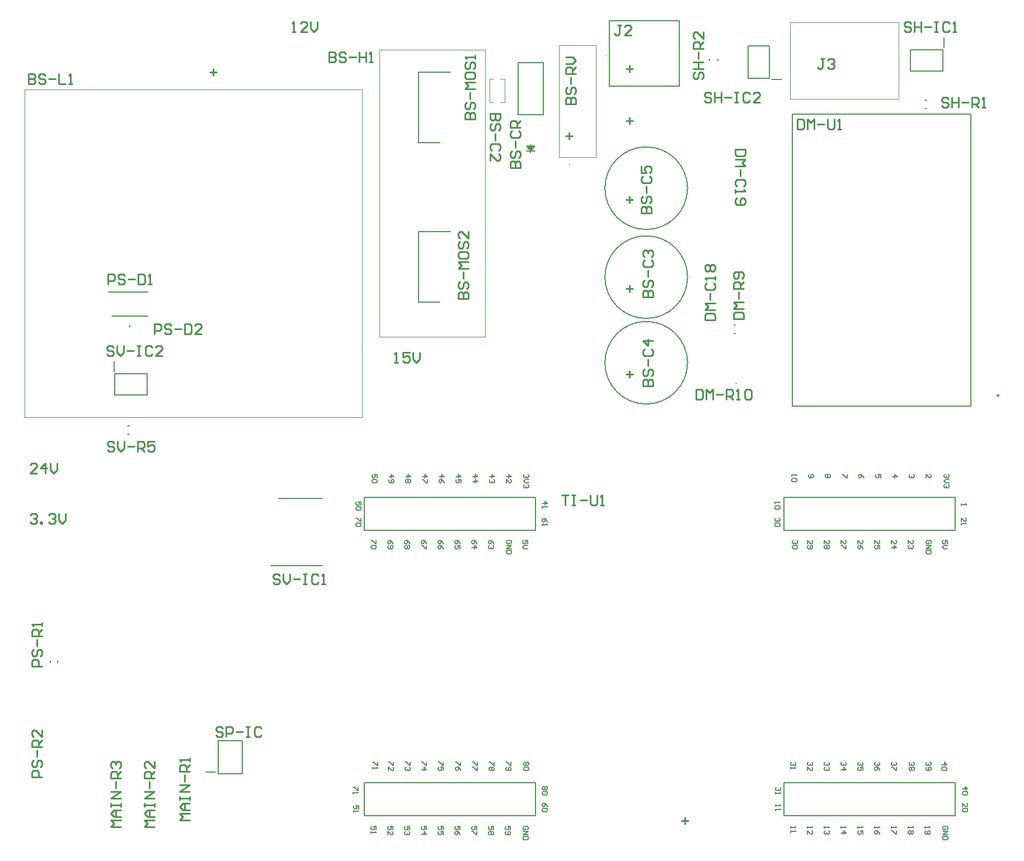
<source format=gto>
G04*
G04 #@! TF.GenerationSoftware,Altium Limited,Altium Designer,21.2.2 (38)*
G04*
G04 Layer_Color=65535*
%FSLAX25Y25*%
%MOIN*%
G70*
G04*
G04 #@! TF.SameCoordinates,9089D698-1931-4360-AEFD-B440DD5BBD6E*
G04*
G04*
G04 #@! TF.FilePolarity,Positive*
G04*
G01*
G75*
%ADD10C,0.00984*%
%ADD11C,0.00787*%
%ADD12C,0.00394*%
%ADD13C,0.00600*%
%ADD14C,0.01000*%
%ADD15C,0.00700*%
D10*
X581902Y274500D02*
G03*
X581902Y274500I-492J0D01*
G01*
D11*
X396449Y398000D02*
G03*
X396449Y398000I-24606J0D01*
G01*
X326000Y411772D02*
G03*
X326000Y412165I0J197D01*
G01*
D02*
G03*
X326000Y411772I0J-197D01*
G01*
D02*
G03*
X326000Y412165I0J197D01*
G01*
X425571Y281614D02*
G03*
X425177Y281614I-197J0D01*
G01*
D02*
G03*
X425571Y281614I197J0D01*
G01*
D02*
G03*
X425177Y281614I-197J0D01*
G01*
X396449Y294000D02*
G03*
X396449Y294000I-24606J0D01*
G01*
Y345000D02*
G03*
X396449Y345000I-24606J0D01*
G01*
X116717Y49158D02*
X131283D01*
Y68843D01*
X116717D02*
X131283D01*
X116717Y49158D02*
Y68843D01*
X109531Y50142D02*
X115339D01*
X62965Y251539D02*
X63752D01*
X62965Y256461D02*
X63752D01*
X148146Y173000D02*
X178992D01*
X153008Y213000D02*
X178992D01*
X424248Y316461D02*
X425035D01*
X424248Y311539D02*
X425035D01*
X537965Y450461D02*
X538752D01*
X537965Y445539D02*
X538752D01*
X458850Y442008D02*
X565150D01*
X458850Y267992D02*
Y442008D01*
Y267992D02*
X565150D01*
Y442008D01*
X409539Y474248D02*
Y475035D01*
X414461Y474248D02*
Y475035D01*
X454000Y194250D02*
Y213750D01*
X556000D01*
Y194250D02*
Y213750D01*
X454000Y194250D02*
X556000D01*
X454000Y24250D02*
Y43750D01*
X556000D01*
Y24250D02*
Y43750D01*
X454000Y24250D02*
X556000D01*
X204000D02*
Y43750D01*
X306000D01*
Y24250D02*
Y43750D01*
X204000Y24250D02*
X306000D01*
X204000Y194250D02*
Y213750D01*
X306000D01*
Y194250D02*
Y213750D01*
X204000Y194250D02*
X306000D01*
X549157Y481677D02*
Y487681D01*
X529354Y480299D02*
X548646D01*
X529354Y467701D02*
Y480299D01*
Y467701D02*
X548646D01*
Y480299D01*
X446677Y462843D02*
X452681D01*
X445299Y463354D02*
Y482646D01*
X432701D02*
X445299D01*
X432701Y463354D02*
Y482646D01*
Y463354D02*
X445299D01*
X349913Y458890D02*
Y497669D01*
Y458890D02*
X391528D01*
Y497669D01*
X349913D02*
X391528D01*
X236303Y424996D02*
X249000D01*
X236303D02*
Y467004D01*
X255319D01*
X236303Y329996D02*
X249000D01*
X236303D02*
Y372004D01*
X255319D01*
X55354Y274701D02*
Y287299D01*
Y274701D02*
X74646D01*
Y287299D01*
X55354D02*
X74646D01*
X54843Y288677D02*
Y294681D01*
X64165Y315409D02*
Y316590D01*
X51445Y336126D02*
X74968D01*
X53709Y321874D02*
X74968D01*
X16736Y115606D02*
Y116394D01*
X21264Y115606D02*
Y116394D01*
D12*
X348220Y477000D02*
G03*
X347827Y477000I-197J0D01*
G01*
D02*
G03*
X348220Y477000I197J0D01*
G01*
X212882Y309567D02*
Y480433D01*
X275874D01*
Y309567D02*
Y480433D01*
X212882Y309567D02*
X275874D01*
X202394Y261362D02*
Y456638D01*
X1606Y261362D02*
X202394D01*
X1606D02*
Y456638D01*
X202394D01*
X278472Y449071D02*
X281031D01*
X278472D02*
Y463244D01*
X281031D01*
X284968Y449071D02*
X287528D01*
Y463244D01*
X284968D02*
X287528D01*
X522323Y451016D02*
Y496764D01*
X457677D02*
X522323D01*
X457677Y451016D02*
Y496764D01*
Y451016D02*
X522323D01*
X319898Y416299D02*
X341945D01*
Y483228D01*
X319898D02*
X341945D01*
X319898Y416299D02*
Y483228D01*
D13*
X303000Y419100D02*
Y424100D01*
X300500Y420100D02*
X305500D01*
X300500Y423100D02*
X303000Y420100D01*
X301000Y423100D02*
X303000Y420100D01*
X301500Y423100D02*
X303000Y420100D01*
X302000Y423100D02*
X303000Y420100D01*
X302500Y423100D02*
X303000Y420100D01*
X305500Y423100D01*
X303000Y420100D02*
X305000Y423100D01*
X303000Y420100D02*
X304500Y423100D01*
X303000Y420100D02*
X304000Y423100D01*
X303000Y420100D02*
X303500Y423100D01*
X300500D02*
X305500D01*
X310500Y441900D02*
Y472900D01*
X295500D02*
X310500D01*
X295500Y441900D02*
Y472900D01*
Y441900D02*
X310500D01*
D14*
X393000Y20999D02*
X396999D01*
X394999Y22999D02*
Y19000D01*
X360000Y437999D02*
X363999D01*
X361999Y439999D02*
Y436000D01*
X324000Y428999D02*
X327999D01*
X325999Y430999D02*
Y427000D01*
X360000Y286999D02*
X363999D01*
X361999Y288999D02*
Y285000D01*
X360000Y337999D02*
X363999D01*
X361999Y339999D02*
Y336000D01*
X360000Y390999D02*
X363999D01*
X361999Y392999D02*
Y389000D01*
X360000Y468999D02*
X363999D01*
X361999Y470999D02*
Y467000D01*
X112000Y466999D02*
X115999D01*
X113999Y468999D02*
Y465000D01*
X161000Y491000D02*
X162999D01*
X162000D01*
Y496998D01*
X161000Y495998D01*
X169997Y491000D02*
X165998D01*
X169997Y494999D01*
Y495998D01*
X168997Y496998D01*
X166998D01*
X165998Y495998D01*
X171996Y496998D02*
Y492999D01*
X173996Y491000D01*
X175995Y492999D01*
Y496998D01*
X222000Y294000D02*
X223999D01*
X223000D01*
Y299998D01*
X222000Y298998D01*
X230997Y299998D02*
X226998D01*
Y296999D01*
X228998Y297999D01*
X229997D01*
X230997Y296999D01*
Y295000D01*
X229997Y294000D01*
X227998D01*
X226998Y295000D01*
X232996Y299998D02*
Y295999D01*
X234996Y294000D01*
X236995Y295999D01*
Y299998D01*
X8999Y228000D02*
X5000D01*
X8999Y231999D01*
Y232998D01*
X7999Y233998D01*
X6000D01*
X5000Y232998D01*
X13997Y228000D02*
Y233998D01*
X10998Y230999D01*
X14997D01*
X16996Y233998D02*
Y229999D01*
X18995Y228000D01*
X20995Y229999D01*
Y233998D01*
X5000Y202998D02*
X6000Y203998D01*
X7999D01*
X8999Y202998D01*
Y201999D01*
X7999Y200999D01*
X6999D01*
X7999D01*
X8999Y199999D01*
Y199000D01*
X7999Y198000D01*
X6000D01*
X5000Y199000D01*
X10998Y198000D02*
Y199000D01*
X11998D01*
Y198000D01*
X10998D01*
X15996Y202998D02*
X16996Y203998D01*
X18995D01*
X19995Y202998D01*
Y201999D01*
X18995Y200999D01*
X17996D01*
X18995D01*
X19995Y199999D01*
Y199000D01*
X18995Y198000D01*
X16996D01*
X15996Y199000D01*
X21994Y203998D02*
Y199999D01*
X23994Y198000D01*
X25993Y199999D01*
Y203998D01*
X4004Y465999D02*
Y460001D01*
X7003D01*
X8003Y461001D01*
Y462000D01*
X7003Y463000D01*
X4004D01*
X7003D01*
X8003Y464000D01*
Y464999D01*
X7003Y465999D01*
X4004D01*
X14001Y464999D02*
X13001Y465999D01*
X11002D01*
X10002Y464999D01*
Y464000D01*
X11002Y463000D01*
X13001D01*
X14001Y462000D01*
Y461001D01*
X13001Y460001D01*
X11002D01*
X10002Y461001D01*
X16000Y463000D02*
X19999D01*
X21998Y465999D02*
Y460001D01*
X25997D01*
X27996D02*
X29996D01*
X28996D01*
Y465999D01*
X27996Y464999D01*
X284999Y442310D02*
X279001D01*
Y439311D01*
X280001Y438312D01*
X281000D01*
X282000Y439311D01*
Y442310D01*
Y439311D01*
X283000Y438312D01*
X283999D01*
X284999Y439311D01*
Y442310D01*
X283999Y432314D02*
X284999Y433313D01*
Y435313D01*
X283999Y436312D01*
X283000D01*
X282000Y435313D01*
Y433313D01*
X281000Y432314D01*
X280001D01*
X279001Y433313D01*
Y435313D01*
X280001Y436312D01*
X282000Y430314D02*
Y426316D01*
X283999Y420318D02*
X284999Y421317D01*
Y423317D01*
X283999Y424316D01*
X280001D01*
X279001Y423317D01*
Y421317D01*
X280001Y420318D01*
X279001Y414320D02*
Y418318D01*
X283000Y414320D01*
X283999D01*
X284999Y415319D01*
Y417318D01*
X283999Y418318D01*
X119503Y75999D02*
X118503Y76999D01*
X116504D01*
X115504Y75999D01*
Y75000D01*
X116504Y74000D01*
X118503D01*
X119503Y73000D01*
Y72001D01*
X118503Y71001D01*
X116504D01*
X115504Y72001D01*
X121502Y71001D02*
Y76999D01*
X124502D01*
X125501Y75999D01*
Y74000D01*
X124502Y73000D01*
X121502D01*
X127500Y74000D02*
X131499D01*
X133499Y76999D02*
X135498D01*
X134498D01*
Y71001D01*
X133499D01*
X135498D01*
X142496Y75999D02*
X141496Y76999D01*
X139497D01*
X138497Y75999D01*
Y72001D01*
X139497Y71001D01*
X141496D01*
X142496Y72001D01*
X153504Y166999D02*
X152504Y167999D01*
X150505D01*
X149505Y166999D01*
Y166000D01*
X150505Y165000D01*
X152504D01*
X153504Y164000D01*
Y163001D01*
X152504Y162001D01*
X150505D01*
X149505Y163001D01*
X155503Y167999D02*
Y164000D01*
X157502Y162001D01*
X159502Y164000D01*
Y167999D01*
X161501Y165000D02*
X165500D01*
X167499Y167999D02*
X169499D01*
X168499D01*
Y162001D01*
X167499D01*
X169499D01*
X176496Y166999D02*
X175497Y167999D01*
X173497D01*
X172498Y166999D01*
Y163001D01*
X173497Y162001D01*
X175497D01*
X176496Y163001D01*
X178496Y162001D02*
X180495D01*
X179495D01*
Y167999D01*
X178496Y166999D01*
X324001Y448004D02*
X329999D01*
Y451004D01*
X328999Y452003D01*
X328000D01*
X327000Y451004D01*
Y448004D01*
Y451004D01*
X326000Y452003D01*
X325001D01*
X324001Y451004D01*
Y448004D01*
X325001Y458001D02*
X324001Y457002D01*
Y455002D01*
X325001Y454003D01*
X326000D01*
X327000Y455002D01*
Y457002D01*
X328000Y458001D01*
X328999D01*
X329999Y457002D01*
Y455002D01*
X328999Y454003D01*
X327000Y460001D02*
Y463999D01*
X329999Y465999D02*
X324001D01*
Y468998D01*
X325001Y469997D01*
X327000D01*
X328000Y468998D01*
Y465999D01*
Y467998D02*
X329999Y469997D01*
X324001Y471997D02*
X328000D01*
X329999Y473996D01*
X328000Y475995D01*
X324001D01*
X401505Y277999D02*
Y272001D01*
X404504D01*
X405504Y273001D01*
Y276999D01*
X404504Y277999D01*
X401505D01*
X407503Y272001D02*
Y277999D01*
X409503Y276000D01*
X411502Y277999D01*
Y272001D01*
X413502Y275000D02*
X417500D01*
X419499Y272001D02*
Y277999D01*
X422499D01*
X423498Y276999D01*
Y275000D01*
X422499Y274000D01*
X419499D01*
X421499D02*
X423498Y272001D01*
X425498D02*
X427497D01*
X426497D01*
Y277999D01*
X425498Y276999D01*
X430496D02*
X431496Y277999D01*
X433495D01*
X434495Y276999D01*
Y273001D01*
X433495Y272001D01*
X431496D01*
X430496Y273001D01*
Y276999D01*
X183004Y478999D02*
Y473001D01*
X186003D01*
X187003Y474001D01*
Y475000D01*
X186003Y476000D01*
X183004D01*
X186003D01*
X187003Y477000D01*
Y477999D01*
X186003Y478999D01*
X183004D01*
X193001Y477999D02*
X192001Y478999D01*
X190002D01*
X189002Y477999D01*
Y477000D01*
X190002Y476000D01*
X192001D01*
X193001Y475000D01*
Y474001D01*
X192001Y473001D01*
X190002D01*
X189002Y474001D01*
X195000Y476000D02*
X198999D01*
X200998Y478999D02*
Y473001D01*
Y476000D01*
X204997D01*
Y478999D01*
Y473001D01*
X206996D02*
X208996D01*
X207996D01*
Y478999D01*
X206996Y477999D01*
X260001Y332007D02*
X265999D01*
Y335005D01*
X264999Y336005D01*
X264000D01*
X263000Y335005D01*
Y332007D01*
Y335005D01*
X262000Y336005D01*
X261001D01*
X260001Y335005D01*
Y332007D01*
X261001Y342003D02*
X260001Y341004D01*
Y339004D01*
X261001Y338004D01*
X262000D01*
X263000Y339004D01*
Y341004D01*
X264000Y342003D01*
X264999D01*
X265999Y341004D01*
Y339004D01*
X264999Y338004D01*
X263000Y344003D02*
Y348001D01*
X265999Y350001D02*
X260001D01*
X262000Y352000D01*
X260001Y353999D01*
X265999D01*
X260001Y358998D02*
Y356998D01*
X261001Y355999D01*
X264999D01*
X265999Y356998D01*
Y358998D01*
X264999Y359997D01*
X261001D01*
X260001Y358998D01*
X261001Y365996D02*
X260001Y364996D01*
Y362997D01*
X261001Y361997D01*
X262000D01*
X263000Y362997D01*
Y364996D01*
X264000Y365996D01*
X264999D01*
X265999Y364996D01*
Y362997D01*
X264999Y361997D01*
X265999Y371993D02*
Y367995D01*
X262000Y371993D01*
X261001D01*
X260001Y370994D01*
Y368994D01*
X261001Y367995D01*
X264001Y439006D02*
X269999D01*
Y442005D01*
X268999Y443005D01*
X268000D01*
X267000Y442005D01*
Y439006D01*
Y442005D01*
X266000Y443005D01*
X265001D01*
X264001Y442005D01*
Y439006D01*
X265001Y449003D02*
X264001Y448003D01*
Y446004D01*
X265001Y445004D01*
X266000D01*
X267000Y446004D01*
Y448003D01*
X268000Y449003D01*
X268999D01*
X269999Y448003D01*
Y446004D01*
X268999Y445004D01*
X267000Y451002D02*
Y455001D01*
X269999Y457000D02*
X264001D01*
X266000Y459000D01*
X264001Y460999D01*
X269999D01*
X264001Y465997D02*
Y463998D01*
X265001Y462998D01*
X268999D01*
X269999Y463998D01*
Y465997D01*
X268999Y466997D01*
X265001D01*
X264001Y465997D01*
X265001Y472995D02*
X264001Y471995D01*
Y469996D01*
X265001Y468996D01*
X266000D01*
X267000Y469996D01*
Y471995D01*
X268000Y472995D01*
X268999D01*
X269999Y471995D01*
Y469996D01*
X268999Y468996D01*
X269999Y474995D02*
Y476994D01*
Y475994D01*
X264001D01*
X265001Y474995D01*
X321504Y214999D02*
X325503D01*
X323503D01*
Y209001D01*
X327502Y214999D02*
X329502D01*
X328502D01*
Y209001D01*
X327502D01*
X329502D01*
X332501Y212000D02*
X336499D01*
X338498Y214999D02*
Y210001D01*
X339498Y209001D01*
X341498D01*
X342497Y210001D01*
Y214999D01*
X344497Y209001D02*
X346496D01*
X345496D01*
Y214999D01*
X344497Y213999D01*
X401001Y467003D02*
X400001Y466004D01*
Y464004D01*
X401001Y463004D01*
X402000D01*
X403000Y464004D01*
Y466004D01*
X404000Y467003D01*
X404999D01*
X405999Y466004D01*
Y464004D01*
X404999Y463004D01*
X400001Y469003D02*
X405999D01*
X403000D01*
Y473001D01*
X400001D01*
X405999D01*
X403000Y475001D02*
Y478999D01*
X405999Y480999D02*
X400001D01*
Y483998D01*
X401001Y484997D01*
X403000D01*
X404000Y483998D01*
Y480999D01*
Y482998D02*
X405999Y484997D01*
Y490996D02*
Y486997D01*
X402000Y490996D01*
X401001D01*
X400001Y489996D01*
Y487996D01*
X401001Y486997D01*
X552003Y450999D02*
X551003Y451999D01*
X549004D01*
X548004Y450999D01*
Y450000D01*
X549004Y449000D01*
X551003D01*
X552003Y448000D01*
Y447001D01*
X551003Y446001D01*
X549004D01*
X548004Y447001D01*
X554002Y451999D02*
Y446001D01*
Y449000D01*
X558001D01*
Y451999D01*
Y446001D01*
X560000Y449000D02*
X563999D01*
X565998Y446001D02*
Y451999D01*
X568997D01*
X569997Y450999D01*
Y449000D01*
X568997Y448000D01*
X565998D01*
X567998D02*
X569997Y446001D01*
X571996D02*
X573996D01*
X572996D01*
Y451999D01*
X571996Y450999D01*
X410504Y453999D02*
X409504Y454999D01*
X407505D01*
X406505Y453999D01*
Y453000D01*
X407505Y452000D01*
X409504D01*
X410504Y451000D01*
Y450001D01*
X409504Y449001D01*
X407505D01*
X406505Y450001D01*
X412503Y454999D02*
Y449001D01*
Y452000D01*
X416502D01*
Y454999D01*
Y449001D01*
X418502Y452000D02*
X422500D01*
X424500Y454999D02*
X426499D01*
X425499D01*
Y449001D01*
X424500D01*
X426499D01*
X433497Y453999D02*
X432497Y454999D01*
X430498D01*
X429498Y453999D01*
Y450001D01*
X430498Y449001D01*
X432497D01*
X433497Y450001D01*
X439495Y449001D02*
X435496D01*
X439495Y453000D01*
Y453999D01*
X438495Y454999D01*
X436496D01*
X435496Y453999D01*
X529504Y495999D02*
X528504Y496999D01*
X526505D01*
X525505Y495999D01*
Y495000D01*
X526505Y494000D01*
X528504D01*
X529504Y493000D01*
Y492001D01*
X528504Y491001D01*
X526505D01*
X525505Y492001D01*
X531503Y496999D02*
Y491001D01*
Y494000D01*
X535502D01*
Y496999D01*
Y491001D01*
X537501Y494000D02*
X541500D01*
X543499Y496999D02*
X545499D01*
X544499D01*
Y491001D01*
X543499D01*
X545499D01*
X552496Y495999D02*
X551497Y496999D01*
X549497D01*
X548498Y495999D01*
Y492001D01*
X549497Y491001D01*
X551497D01*
X552496Y492001D01*
X554496Y491001D02*
X556495D01*
X555495D01*
Y496999D01*
X554496Y495999D01*
X55003Y245999D02*
X54004Y246999D01*
X52004D01*
X51004Y245999D01*
Y245000D01*
X52004Y244000D01*
X54004D01*
X55003Y243000D01*
Y242001D01*
X54004Y241001D01*
X52004D01*
X51004Y242001D01*
X57003Y246999D02*
Y243000D01*
X59002Y241001D01*
X61001Y243000D01*
Y246999D01*
X63001Y244000D02*
X66999D01*
X68999Y241001D02*
Y246999D01*
X71998D01*
X72997Y245999D01*
Y244000D01*
X71998Y243000D01*
X68999D01*
X70998D02*
X72997Y241001D01*
X78996Y246999D02*
X74997D01*
Y244000D01*
X76996Y245000D01*
X77996D01*
X78996Y244000D01*
Y242001D01*
X77996Y241001D01*
X75997D01*
X74997Y242001D01*
X54504Y302999D02*
X53504Y303999D01*
X51505D01*
X50505Y302999D01*
Y302000D01*
X51505Y301000D01*
X53504D01*
X54504Y300000D01*
Y299001D01*
X53504Y298001D01*
X51505D01*
X50505Y299001D01*
X56503Y303999D02*
Y300000D01*
X58503Y298001D01*
X60502Y300000D01*
Y303999D01*
X62502Y301000D02*
X66500D01*
X68499Y303999D02*
X70499D01*
X69499D01*
Y298001D01*
X68499D01*
X70499D01*
X77497Y302999D02*
X76497Y303999D01*
X74498D01*
X73498Y302999D01*
Y299001D01*
X74498Y298001D01*
X76497D01*
X77497Y299001D01*
X83495Y298001D02*
X79496D01*
X83495Y302000D01*
Y302999D01*
X82495Y303999D01*
X80496D01*
X79496Y302999D01*
X11999Y47005D02*
X6001D01*
Y50004D01*
X7001Y51003D01*
X9000D01*
X10000Y50004D01*
Y47005D01*
X7001Y57001D02*
X6001Y56002D01*
Y54002D01*
X7001Y53003D01*
X8000D01*
X9000Y54002D01*
Y56002D01*
X10000Y57001D01*
X10999D01*
X11999Y56002D01*
Y54002D01*
X10999Y53003D01*
X9000Y59001D02*
Y62999D01*
X11999Y64999D02*
X6001D01*
Y67998D01*
X7001Y68997D01*
X9000D01*
X10000Y67998D01*
Y64999D01*
Y66998D02*
X11999Y68997D01*
Y74995D02*
Y70997D01*
X8000Y74995D01*
X7001D01*
X6001Y73996D01*
Y71996D01*
X7001Y70997D01*
X11999Y113004D02*
X6001D01*
Y116003D01*
X7001Y117003D01*
X9000D01*
X10000Y116003D01*
Y113004D01*
X7001Y123001D02*
X6001Y122001D01*
Y120002D01*
X7001Y119002D01*
X8000D01*
X9000Y120002D01*
Y122001D01*
X10000Y123001D01*
X10999D01*
X11999Y122001D01*
Y120002D01*
X10999Y119002D01*
X9000Y125000D02*
Y128999D01*
X11999Y130998D02*
X6001D01*
Y133997D01*
X7001Y134997D01*
X9000D01*
X10000Y133997D01*
Y130998D01*
Y132998D02*
X11999Y134997D01*
Y136996D02*
Y138996D01*
Y137996D01*
X6001D01*
X7001Y136996D01*
X79005Y311001D02*
Y316999D01*
X82004D01*
X83003Y315999D01*
Y314000D01*
X82004Y313000D01*
X79005D01*
X89001Y315999D02*
X88002Y316999D01*
X86002D01*
X85003Y315999D01*
Y315000D01*
X86002Y314000D01*
X88002D01*
X89001Y313000D01*
Y312001D01*
X88002Y311001D01*
X86002D01*
X85003Y312001D01*
X91001Y314000D02*
X94999D01*
X96999Y316999D02*
Y311001D01*
X99998D01*
X100997Y312001D01*
Y315999D01*
X99998Y316999D01*
X96999D01*
X106995Y311001D02*
X102997D01*
X106995Y315000D01*
Y315999D01*
X105996Y316999D01*
X103997D01*
X102997Y315999D01*
X51300Y340800D02*
Y346798D01*
X54299D01*
X55299Y345798D01*
Y343799D01*
X54299Y342799D01*
X51300D01*
X61297Y345798D02*
X60297Y346798D01*
X58298D01*
X57298Y345798D01*
Y344799D01*
X58298Y343799D01*
X60297D01*
X61297Y342799D01*
Y341800D01*
X60297Y340800D01*
X58298D01*
X57298Y341800D01*
X63296Y343799D02*
X67295D01*
X69294Y346798D02*
Y340800D01*
X72293D01*
X73293Y341800D01*
Y345798D01*
X72293Y346798D01*
X69294D01*
X75292Y340800D02*
X77292D01*
X76292D01*
Y346798D01*
X75292Y345798D01*
X58999Y17506D02*
X53001D01*
X55000Y19506D01*
X53001Y21505D01*
X58999D01*
Y23504D02*
X55000D01*
X53001Y25504D01*
X55000Y27503D01*
X58999D01*
X56000D01*
Y23504D01*
X53001Y29502D02*
Y31502D01*
Y30502D01*
X58999D01*
Y29502D01*
Y31502D01*
Y34501D02*
X53001D01*
X58999Y38500D01*
X53001D01*
X56000Y40499D02*
Y44498D01*
X58999Y46497D02*
X53001D01*
Y49496D01*
X54001Y50496D01*
X56000D01*
X57000Y49496D01*
Y46497D01*
Y48496D02*
X58999Y50496D01*
X54001Y52495D02*
X53001Y53495D01*
Y55494D01*
X54001Y56494D01*
X55000D01*
X56000Y55494D01*
Y54494D01*
Y55494D01*
X57000Y56494D01*
X57999D01*
X58999Y55494D01*
Y53495D01*
X57999Y52495D01*
X78999Y17506D02*
X73001D01*
X75000Y19506D01*
X73001Y21505D01*
X78999D01*
Y23504D02*
X75000D01*
X73001Y25504D01*
X75000Y27503D01*
X78999D01*
X76000D01*
Y23504D01*
X73001Y29502D02*
Y31502D01*
Y30502D01*
X78999D01*
Y29502D01*
Y31502D01*
Y34501D02*
X73001D01*
X78999Y38500D01*
X73001D01*
X76000Y40499D02*
Y44498D01*
X78999Y46497D02*
X73001D01*
Y49496D01*
X74001Y50496D01*
X76000D01*
X77000Y49496D01*
Y46497D01*
Y48496D02*
X78999Y50496D01*
Y56494D02*
Y52495D01*
X75000Y56494D01*
X74001D01*
X73001Y55494D01*
Y53495D01*
X74001Y52495D01*
X99999Y21506D02*
X94001D01*
X96000Y23505D01*
X94001Y25505D01*
X99999D01*
Y27504D02*
X96000D01*
X94001Y29503D01*
X96000Y31503D01*
X99999D01*
X97000D01*
Y27504D01*
X94001Y33502D02*
Y35501D01*
Y34502D01*
X99999D01*
Y33502D01*
Y35501D01*
Y38500D02*
X94001D01*
X99999Y42499D01*
X94001D01*
X97000Y44499D02*
Y48497D01*
X99999Y50497D02*
X94001D01*
Y53496D01*
X95001Y54495D01*
X97000D01*
X98000Y53496D01*
Y50497D01*
Y52496D02*
X99999Y54495D01*
Y56495D02*
Y58494D01*
Y57494D01*
X94001D01*
X95001Y56495D01*
X478000Y474999D02*
X476001D01*
X477001D01*
Y470001D01*
X476001Y469001D01*
X475001D01*
X474002Y470001D01*
X480000Y473999D02*
X480999Y474999D01*
X482999D01*
X483998Y473999D01*
Y473000D01*
X482999Y472000D01*
X481999D01*
X482999D01*
X483998Y471000D01*
Y470001D01*
X482999Y469001D01*
X480999D01*
X480000Y470001D01*
X357000Y494999D02*
X355001D01*
X356001D01*
Y490001D01*
X355001Y489001D01*
X354001D01*
X353002Y490001D01*
X362998Y489001D02*
X359000D01*
X362998Y493000D01*
Y493999D01*
X361999Y494999D01*
X359999D01*
X359000Y493999D01*
X462004Y438999D02*
Y433001D01*
X465003D01*
X466003Y434001D01*
Y437999D01*
X465003Y438999D01*
X462004D01*
X468002Y433001D02*
Y438999D01*
X470002Y437000D01*
X472001Y438999D01*
Y433001D01*
X474000Y436000D02*
X477999D01*
X479998Y438999D02*
Y434001D01*
X480998Y433001D01*
X482997D01*
X483997Y434001D01*
Y438999D01*
X485996Y433001D02*
X487996D01*
X486996D01*
Y438999D01*
X485996Y437999D01*
X424001Y320005D02*
X429999D01*
Y323004D01*
X428999Y324003D01*
X425001D01*
X424001Y323004D01*
Y320005D01*
X429999Y326003D02*
X424001D01*
X426000Y328002D01*
X424001Y330001D01*
X429999D01*
X427000Y332001D02*
Y335999D01*
X429999Y337999D02*
X424001D01*
Y340998D01*
X425001Y341997D01*
X427000D01*
X428000Y340998D01*
Y337999D01*
Y339998D02*
X429999Y341997D01*
X428999Y343997D02*
X429999Y344997D01*
Y346996D01*
X428999Y347995D01*
X425001D01*
X424001Y346996D01*
Y344997D01*
X425001Y343997D01*
X426000D01*
X427000Y344997D01*
Y347995D01*
X430999Y421235D02*
X425001D01*
Y418236D01*
X426001Y417236D01*
X429999D01*
X430999Y418236D01*
Y421235D01*
X425001Y415237D02*
X430999D01*
X429000Y413237D01*
X430999Y411238D01*
X425001D01*
X428000Y409239D02*
Y405240D01*
X429999Y399242D02*
X430999Y400242D01*
Y402241D01*
X429999Y403241D01*
X426001D01*
X425001Y402241D01*
Y400242D01*
X426001Y399242D01*
X425001Y397243D02*
Y395243D01*
Y396243D01*
X430999D01*
X429999Y397243D01*
X426001Y392244D02*
X425001Y391245D01*
Y389245D01*
X426001Y388246D01*
X429999D01*
X430999Y389245D01*
Y391245D01*
X429999Y392244D01*
X429000D01*
X428000Y391245D01*
Y388246D01*
X407001Y319505D02*
X412999D01*
Y322504D01*
X411999Y323504D01*
X408001D01*
X407001Y322504D01*
Y319505D01*
X412999Y325503D02*
X407001D01*
X409000Y327503D01*
X407001Y329502D01*
X412999D01*
X410000Y331502D02*
Y335500D01*
X408001Y341498D02*
X407001Y340498D01*
Y338499D01*
X408001Y337499D01*
X411999D01*
X412999Y338499D01*
Y340498D01*
X411999Y341498D01*
X412999Y343498D02*
Y345497D01*
Y344497D01*
X407001D01*
X408001Y343498D01*
Y348496D02*
X407001Y349496D01*
Y351495D01*
X408001Y352495D01*
X409000D01*
X410000Y351495D01*
X411000Y352495D01*
X411999D01*
X412999Y351495D01*
Y349496D01*
X411999Y348496D01*
X411000D01*
X410000Y349496D01*
X409000Y348496D01*
X408001D01*
X410000Y349496D02*
Y351495D01*
X291001Y410005D02*
X296999D01*
Y413003D01*
X295999Y414003D01*
X295000D01*
X294000Y413003D01*
Y410005D01*
Y413003D01*
X293000Y414003D01*
X292001D01*
X291001Y413003D01*
Y410005D01*
X292001Y420001D02*
X291001Y419002D01*
Y417002D01*
X292001Y416003D01*
X293000D01*
X294000Y417002D01*
Y419002D01*
X295000Y420001D01*
X295999D01*
X296999Y419002D01*
Y417002D01*
X295999Y416003D01*
X294000Y422001D02*
Y425999D01*
X292001Y431997D02*
X291001Y430998D01*
Y428998D01*
X292001Y427999D01*
X295999D01*
X296999Y428998D01*
Y430998D01*
X295999Y431997D01*
X296999Y433997D02*
X291001D01*
Y436996D01*
X292001Y437995D01*
X294000D01*
X295000Y436996D01*
Y433997D01*
Y435996D02*
X296999Y437995D01*
X369001Y383004D02*
X374999D01*
Y386004D01*
X373999Y387003D01*
X373000D01*
X372000Y386004D01*
Y383004D01*
Y386004D01*
X371000Y387003D01*
X370001D01*
X369001Y386004D01*
Y383004D01*
X370001Y393001D02*
X369001Y392002D01*
Y390002D01*
X370001Y389003D01*
X371000D01*
X372000Y390002D01*
Y392002D01*
X373000Y393001D01*
X373999D01*
X374999Y392002D01*
Y390002D01*
X373999Y389003D01*
X372000Y395001D02*
Y398999D01*
X370001Y404997D02*
X369001Y403998D01*
Y401998D01*
X370001Y400999D01*
X373999D01*
X374999Y401998D01*
Y403998D01*
X373999Y404997D01*
X369001Y410995D02*
Y406997D01*
X372000D01*
X371000Y408996D01*
Y409996D01*
X372000Y410995D01*
X373999D01*
X374999Y409996D01*
Y407997D01*
X373999Y406997D01*
X370001Y280005D02*
X375999D01*
Y283003D01*
X374999Y284003D01*
X374000D01*
X373000Y283003D01*
Y280005D01*
Y283003D01*
X372000Y284003D01*
X371001D01*
X370001Y283003D01*
Y280005D01*
X371001Y290001D02*
X370001Y289002D01*
Y287002D01*
X371001Y286003D01*
X372000D01*
X373000Y287002D01*
Y289002D01*
X374000Y290001D01*
X374999D01*
X375999Y289002D01*
Y287002D01*
X374999Y286003D01*
X373000Y292001D02*
Y295999D01*
X371001Y301997D02*
X370001Y300998D01*
Y298998D01*
X371001Y297999D01*
X374999D01*
X375999Y298998D01*
Y300998D01*
X374999Y301997D01*
X375999Y306996D02*
X370001D01*
X373000Y303997D01*
Y307996D01*
X370001Y333004D02*
X375999D01*
Y336003D01*
X374999Y337003D01*
X374000D01*
X373000Y336003D01*
Y333004D01*
Y336003D01*
X372000Y337003D01*
X371001D01*
X370001Y336003D01*
Y333004D01*
X371001Y343001D02*
X370001Y342002D01*
Y340002D01*
X371001Y339003D01*
X372000D01*
X373000Y340002D01*
Y342002D01*
X374000Y343001D01*
X374999D01*
X375999Y342002D01*
Y340002D01*
X374999Y339003D01*
X373000Y345001D02*
Y348999D01*
X371001Y354997D02*
X370001Y353998D01*
Y351998D01*
X371001Y350999D01*
X374999D01*
X375999Y351998D01*
Y353998D01*
X374999Y354997D01*
X371001Y356997D02*
X370001Y357996D01*
Y359996D01*
X371001Y360996D01*
X372000D01*
X373000Y359996D01*
Y358996D01*
Y359996D01*
X374000Y360996D01*
X374999D01*
X375999Y359996D01*
Y357996D01*
X374999Y356997D01*
D15*
X281365Y56015D02*
Y54015D01*
X280865D01*
X278865Y56015D01*
X278366D01*
X280865Y53016D02*
X281365Y52516D01*
Y51516D01*
X280865Y51016D01*
X280365D01*
X279865Y51516D01*
X279365Y51016D01*
X278865D01*
X278366Y51516D01*
Y52516D01*
X278865Y53016D01*
X279365D01*
X279865Y52516D01*
X280365Y53016D01*
X280865D01*
X279865Y52516D02*
Y51516D01*
X291365Y56015D02*
Y54015D01*
X290865D01*
X288865Y56015D01*
X288366D01*
X288865Y53016D02*
X288366Y52516D01*
Y51516D01*
X288865Y51016D01*
X290865D01*
X291365Y51516D01*
Y52516D01*
X290865Y53016D01*
X290365D01*
X289865Y52516D01*
Y51016D01*
X540999Y56015D02*
X541499Y55515D01*
Y54515D01*
X540999Y54015D01*
X540499D01*
X539999Y54515D01*
Y55015D01*
Y54515D01*
X539500Y54015D01*
X539000D01*
X538500Y54515D01*
Y55515D01*
X539000Y56015D01*
Y53016D02*
X538500Y52516D01*
Y51516D01*
X539000Y51016D01*
X540999D01*
X541499Y51516D01*
Y52516D01*
X540999Y53016D01*
X540499D01*
X539999Y52516D01*
Y51016D01*
X530999Y56015D02*
X531499Y55515D01*
Y54515D01*
X530999Y54015D01*
X530499D01*
X529999Y54515D01*
Y55015D01*
Y54515D01*
X529500Y54015D01*
X529000D01*
X528500Y54515D01*
Y55515D01*
X529000Y56015D01*
X530999Y53016D02*
X531499Y52516D01*
Y51516D01*
X530999Y51016D01*
X530499D01*
X529999Y51516D01*
X529500Y51016D01*
X529000D01*
X528500Y51516D01*
Y52516D01*
X529000Y53016D01*
X529500D01*
X529999Y52516D01*
X530499Y53016D01*
X530999D01*
X529999Y52516D02*
Y51516D01*
X488000Y186158D02*
Y188157D01*
X489999Y186158D01*
X490499D01*
X490999Y186658D01*
Y187658D01*
X490499Y188157D01*
X490999Y185158D02*
Y183159D01*
X490499D01*
X488500Y185158D01*
X488000D01*
X538000Y17685D02*
Y16686D01*
Y17186D01*
X540999D01*
X540499Y17685D01*
X538500Y15186D02*
X538000Y14686D01*
Y13687D01*
X538500Y13187D01*
X540499D01*
X540999Y13687D01*
Y14686D01*
X540499Y15186D01*
X539999D01*
X539500Y14686D01*
Y13187D01*
X290999Y15686D02*
Y17685D01*
X289499D01*
X289999Y16686D01*
Y16186D01*
X289499Y15686D01*
X288500D01*
X288000Y16186D01*
Y17186D01*
X288500Y17685D01*
Y14686D02*
X288000Y14187D01*
Y13187D01*
X288500Y12687D01*
X290499D01*
X290999Y13187D01*
Y14187D01*
X290499Y14686D01*
X289999D01*
X289499Y14187D01*
Y12687D01*
X458000Y17685D02*
Y16686D01*
Y17186D01*
X460999D01*
X460499Y17685D01*
X458000Y15186D02*
Y14187D01*
Y14686D01*
X460999D01*
X460499Y15186D01*
X468000Y17685D02*
Y16686D01*
Y17186D01*
X470999D01*
X470499Y17685D01*
X468000Y13187D02*
Y15186D01*
X469999Y13187D01*
X470499D01*
X470999Y13687D01*
Y14686D01*
X470499Y15186D01*
X478000Y17685D02*
Y16686D01*
Y17186D01*
X480999D01*
X480499Y17685D01*
Y15186D02*
X480999Y14686D01*
Y13687D01*
X480499Y13187D01*
X479999D01*
X479499Y13687D01*
Y14187D01*
Y13687D01*
X479000Y13187D01*
X478500D01*
X478000Y13687D01*
Y14686D01*
X478500Y15186D01*
X498000Y17685D02*
Y16686D01*
Y17186D01*
X500999D01*
X500499Y17685D01*
X500999Y13187D02*
Y15186D01*
X499500D01*
X499999Y14187D01*
Y13687D01*
X499500Y13187D01*
X498500D01*
X498000Y13687D01*
Y14686D01*
X498500Y15186D01*
X508000Y17685D02*
Y16686D01*
Y17186D01*
X510999D01*
X510499Y17685D01*
X510999Y13187D02*
X510499Y14187D01*
X509500Y15186D01*
X508500D01*
X508000Y14686D01*
Y13687D01*
X508500Y13187D01*
X509000D01*
X509500Y13687D01*
Y15186D01*
X518000Y17685D02*
Y16686D01*
Y17186D01*
X520999D01*
X520499Y17685D01*
X520999Y15186D02*
Y13187D01*
X520499D01*
X518500Y15186D01*
X518000D01*
X528000Y17685D02*
Y16686D01*
Y17186D01*
X530999D01*
X530499Y17685D01*
Y15186D02*
X530999Y14686D01*
Y13687D01*
X530499Y13187D01*
X529999D01*
X529499Y13687D01*
X529000Y13187D01*
X528500D01*
X528000Y13687D01*
Y14686D01*
X528500Y15186D01*
X529000D01*
X529499Y14686D01*
X529999Y15186D01*
X530499D01*
X529499Y14686D02*
Y13687D01*
X460499Y56015D02*
X460999Y55515D01*
Y54515D01*
X460499Y54015D01*
X459999D01*
X459500Y54515D01*
Y55015D01*
Y54515D01*
X459000Y54015D01*
X458500D01*
X458000Y54515D01*
Y55515D01*
X458500Y56015D01*
X458000Y53016D02*
Y52016D01*
Y52516D01*
X460999D01*
X460499Y53016D01*
X470499Y56015D02*
X470999Y55515D01*
Y54515D01*
X470499Y54015D01*
X469999D01*
X469499Y54515D01*
Y55015D01*
Y54515D01*
X469000Y54015D01*
X468500D01*
X468000Y54515D01*
Y55515D01*
X468500Y56015D01*
X468000Y51016D02*
Y53016D01*
X469999Y51016D01*
X470499D01*
X470999Y51516D01*
Y52516D01*
X470499Y53016D01*
X480499Y56015D02*
X480999Y55515D01*
Y54515D01*
X480499Y54015D01*
X479999D01*
X479499Y54515D01*
Y55015D01*
Y54515D01*
X479000Y54015D01*
X478500D01*
X478000Y54515D01*
Y55515D01*
X478500Y56015D01*
X480499Y53016D02*
X480999Y52516D01*
Y51516D01*
X480499Y51016D01*
X479999D01*
X479499Y51516D01*
Y52016D01*
Y51516D01*
X479000Y51016D01*
X478500D01*
X478000Y51516D01*
Y52516D01*
X478500Y53016D01*
X490499Y56015D02*
X490999Y55515D01*
Y54515D01*
X490499Y54015D01*
X489999D01*
X489500Y54515D01*
Y55015D01*
Y54515D01*
X489000Y54015D01*
X488500D01*
X488000Y54515D01*
Y55515D01*
X488500Y56015D01*
X488000Y51516D02*
X490999D01*
X489500Y53016D01*
Y51016D01*
X500499Y56015D02*
X500999Y55515D01*
Y54515D01*
X500499Y54015D01*
X499999D01*
X499500Y54515D01*
Y55015D01*
Y54515D01*
X499000Y54015D01*
X498500D01*
X498000Y54515D01*
Y55515D01*
X498500Y56015D01*
X500999Y51016D02*
Y53016D01*
X499500D01*
X499999Y52016D01*
Y51516D01*
X499500Y51016D01*
X498500D01*
X498000Y51516D01*
Y52516D01*
X498500Y53016D01*
X510499Y56015D02*
X510999Y55515D01*
Y54515D01*
X510499Y54015D01*
X509999D01*
X509500Y54515D01*
Y55015D01*
Y54515D01*
X509000Y54015D01*
X508500D01*
X508000Y54515D01*
Y55515D01*
X508500Y56015D01*
X510999Y51016D02*
X510499Y52016D01*
X509500Y53016D01*
X508500D01*
X508000Y52516D01*
Y51516D01*
X508500Y51016D01*
X509000D01*
X509500Y51516D01*
Y53016D01*
X520499Y56015D02*
X520999Y55515D01*
Y54515D01*
X520499Y54015D01*
X519999D01*
X519499Y54515D01*
Y55015D01*
Y54515D01*
X519000Y54015D01*
X518500D01*
X518000Y54515D01*
Y55515D01*
X518500Y56015D01*
X520999Y53016D02*
Y51016D01*
X520499D01*
X518500Y53016D01*
X518000D01*
X488000Y17685D02*
Y16686D01*
Y17186D01*
X490999D01*
X490499Y17685D01*
X488000Y13687D02*
X490999D01*
X489500Y15186D01*
Y13187D01*
X210999Y15686D02*
Y17685D01*
X209500D01*
X209999Y16686D01*
Y16186D01*
X209500Y15686D01*
X208500D01*
X208000Y16186D01*
Y17186D01*
X208500Y17685D01*
X208000Y14686D02*
Y13687D01*
Y14187D01*
X210999D01*
X210499Y14686D01*
X220999Y15686D02*
Y17685D01*
X219499D01*
X219999Y16686D01*
Y16186D01*
X219499Y15686D01*
X218500D01*
X218000Y16186D01*
Y17186D01*
X218500Y17685D01*
X218000Y12687D02*
Y14686D01*
X219999Y12687D01*
X220499D01*
X220999Y13187D01*
Y14187D01*
X220499Y14686D01*
X230999Y15686D02*
Y17685D01*
X229500D01*
X229999Y16686D01*
Y16186D01*
X229500Y15686D01*
X228500D01*
X228000Y16186D01*
Y17186D01*
X228500Y17685D01*
X230499Y14686D02*
X230999Y14187D01*
Y13187D01*
X230499Y12687D01*
X229999D01*
X229500Y13187D01*
Y13687D01*
Y13187D01*
X229000Y12687D01*
X228500D01*
X228000Y13187D01*
Y14187D01*
X228500Y14686D01*
X250999Y15686D02*
Y17685D01*
X249500D01*
X249999Y16686D01*
Y16186D01*
X249500Y15686D01*
X248500D01*
X248000Y16186D01*
Y17186D01*
X248500Y17685D01*
X250999Y12687D02*
Y14686D01*
X249500D01*
X249999Y13687D01*
Y13187D01*
X249500Y12687D01*
X248500D01*
X248000Y13187D01*
Y14187D01*
X248500Y14686D01*
X260999Y15686D02*
Y17685D01*
X259500D01*
X259999Y16686D01*
Y16186D01*
X259500Y15686D01*
X258500D01*
X258000Y16186D01*
Y17186D01*
X258500Y17685D01*
X260999Y12687D02*
X260499Y13687D01*
X259500Y14686D01*
X258500D01*
X258000Y14187D01*
Y13187D01*
X258500Y12687D01*
X259000D01*
X259500Y13187D01*
Y14686D01*
X270999Y15686D02*
Y17685D01*
X269499D01*
X269999Y16686D01*
Y16186D01*
X269499Y15686D01*
X268500D01*
X268000Y16186D01*
Y17186D01*
X268500Y17685D01*
X270999Y14686D02*
Y12687D01*
X270499D01*
X268500Y14686D01*
X268000D01*
X280999Y15686D02*
Y17685D01*
X279500D01*
X279999Y16686D01*
Y16186D01*
X279500Y15686D01*
X278500D01*
X278000Y16186D01*
Y17186D01*
X278500Y17685D01*
X280499Y14686D02*
X280999Y14187D01*
Y13187D01*
X280499Y12687D01*
X279999D01*
X279500Y13187D01*
X279000Y12687D01*
X278500D01*
X278000Y13187D01*
Y14187D01*
X278500Y14686D01*
X279000D01*
X279500Y14187D01*
X279999Y14686D01*
X280499D01*
X279500Y14187D02*
Y13187D01*
X301365Y56015D02*
X301865Y55515D01*
Y54515D01*
X301365Y54015D01*
X300865D01*
X300365Y54515D01*
X299865Y54015D01*
X299365D01*
X298866Y54515D01*
Y55515D01*
X299365Y56015D01*
X299865D01*
X300365Y55515D01*
X300865Y56015D01*
X301365D01*
X300365Y55515D02*
Y54515D01*
X301365Y53016D02*
X301865Y52516D01*
Y51516D01*
X301365Y51016D01*
X299365D01*
X298866Y51516D01*
Y52516D01*
X299365Y53016D01*
X301365D01*
X221365Y56015D02*
Y54015D01*
X220865D01*
X218865Y56015D01*
X218366D01*
Y51016D02*
Y53016D01*
X220365Y51016D01*
X220865D01*
X221365Y51516D01*
Y52516D01*
X220865Y53016D01*
X231365Y56015D02*
Y54015D01*
X230865D01*
X228865Y56015D01*
X228366D01*
X230865Y53016D02*
X231365Y52516D01*
Y51516D01*
X230865Y51016D01*
X230365D01*
X229865Y51516D01*
Y52016D01*
Y51516D01*
X229365Y51016D01*
X228865D01*
X228366Y51516D01*
Y52516D01*
X228865Y53016D01*
X240999Y56015D02*
Y54015D01*
X240499D01*
X238500Y56015D01*
X238000D01*
Y51516D02*
X240999D01*
X239499Y53016D01*
Y51016D01*
X250999Y56015D02*
Y54015D01*
X250499D01*
X248500Y56015D01*
X248000D01*
X250999Y51016D02*
Y53016D01*
X249500D01*
X249999Y52016D01*
Y51516D01*
X249500Y51016D01*
X248500D01*
X248000Y51516D01*
Y52516D01*
X248500Y53016D01*
X261365Y56015D02*
Y54015D01*
X260865D01*
X258865Y56015D01*
X258366D01*
X261365Y51016D02*
X260865Y52016D01*
X259865Y53016D01*
X258865D01*
X258366Y52516D01*
Y51516D01*
X258865Y51016D01*
X259365D01*
X259865Y51516D01*
Y53016D01*
X271365Y56015D02*
Y54015D01*
X270865D01*
X268865Y56015D01*
X268366D01*
X271365Y53016D02*
Y51016D01*
X270865D01*
X268865Y53016D01*
X268366D01*
X240999Y15686D02*
Y17685D01*
X239499D01*
X239999Y16686D01*
Y16186D01*
X239499Y15686D01*
X238500D01*
X238000Y16186D01*
Y17186D01*
X238500Y17685D01*
X238000Y13187D02*
X240999D01*
X239499Y14686D01*
Y12687D01*
X240999Y186158D02*
X240499Y187158D01*
X239499Y188157D01*
X238500D01*
X238000Y187658D01*
Y186658D01*
X238500Y186158D01*
X239000D01*
X239499Y186658D01*
Y188157D01*
X240999Y185158D02*
Y183159D01*
X240499D01*
X238500Y185158D01*
X238000D01*
X288500Y225995D02*
X291499D01*
X290000Y227495D01*
Y225495D01*
X288500Y222496D02*
Y224496D01*
X290499Y222496D01*
X290999D01*
X291499Y222996D01*
Y223996D01*
X290999Y224496D01*
X278500Y225995D02*
X281499D01*
X279999Y227495D01*
Y225495D01*
X280999Y224496D02*
X281499Y223996D01*
Y222996D01*
X280999Y222496D01*
X280499D01*
X279999Y222996D01*
Y223496D01*
Y222996D01*
X279500Y222496D01*
X279000D01*
X278500Y222996D01*
Y223996D01*
X279000Y224496D01*
X268500Y225995D02*
X271499D01*
X270000Y227495D01*
Y225495D01*
X268500Y222996D02*
X271499D01*
X270000Y224496D01*
Y222496D01*
X258500Y225995D02*
X261499D01*
X259999Y227495D01*
Y225495D01*
X261499Y222496D02*
Y224496D01*
X259999D01*
X260499Y223496D01*
Y222996D01*
X259999Y222496D01*
X259000D01*
X258500Y222996D01*
Y223996D01*
X259000Y224496D01*
X248500Y225995D02*
X251499D01*
X249999Y227495D01*
Y225495D01*
X251499Y222496D02*
X250999Y223496D01*
X249999Y224496D01*
X249000D01*
X248500Y223996D01*
Y222996D01*
X249000Y222496D01*
X249500D01*
X249999Y222996D01*
Y224496D01*
X238500Y225995D02*
X241499D01*
X240000Y227495D01*
Y225495D01*
X241499Y224496D02*
Y222496D01*
X240999D01*
X239000Y224496D01*
X238500D01*
X228500Y225995D02*
X231499D01*
X229999Y227495D01*
Y225495D01*
X230999Y224496D02*
X231499Y223996D01*
Y222996D01*
X230999Y222496D01*
X230499D01*
X229999Y222996D01*
X229500Y222496D01*
X229000D01*
X228500Y222996D01*
Y223996D01*
X229000Y224496D01*
X229500D01*
X229999Y223996D01*
X230499Y224496D01*
X230999D01*
X229999Y223996D02*
Y222996D01*
X218500Y225995D02*
X221499D01*
X220000Y227495D01*
Y225495D01*
X219000Y224496D02*
X218500Y223996D01*
Y222996D01*
X219000Y222496D01*
X220999D01*
X221499Y222996D01*
Y223996D01*
X220999Y224496D01*
X220499D01*
X220000Y223996D01*
Y222496D01*
X211499Y225495D02*
Y227495D01*
X209999D01*
X210499Y226495D01*
Y225995D01*
X209999Y225495D01*
X209000D01*
X208500Y225995D01*
Y226995D01*
X209000Y227495D01*
X210999Y224496D02*
X211499Y223996D01*
Y222996D01*
X210999Y222496D01*
X209000D01*
X208500Y222996D01*
Y223996D01*
X209000Y224496D01*
X210999D01*
X280999Y186158D02*
X280499Y187158D01*
X279500Y188157D01*
X278500D01*
X278000Y187658D01*
Y186658D01*
X278500Y186158D01*
X279000D01*
X279500Y186658D01*
Y188157D01*
X280499Y185158D02*
X280999Y184659D01*
Y183659D01*
X280499Y183159D01*
X279999D01*
X279500Y183659D01*
Y184159D01*
Y183659D01*
X279000Y183159D01*
X278500D01*
X278000Y183659D01*
Y184659D01*
X278500Y185158D01*
X270999Y186158D02*
X270499Y187158D01*
X269499Y188157D01*
X268500D01*
X268000Y187658D01*
Y186658D01*
X268500Y186158D01*
X269000D01*
X269499Y186658D01*
Y188157D01*
X268000Y183659D02*
X270999D01*
X269499Y185158D01*
Y183159D01*
X260999Y186158D02*
X260499Y187158D01*
X259500Y188157D01*
X258500D01*
X258000Y187658D01*
Y186658D01*
X258500Y186158D01*
X259000D01*
X259500Y186658D01*
Y188157D01*
X260999Y183159D02*
Y185158D01*
X259500D01*
X259999Y184159D01*
Y183659D01*
X259500Y183159D01*
X258500D01*
X258000Y183659D01*
Y184659D01*
X258500Y185158D01*
X250999Y186158D02*
X250499Y187158D01*
X249500Y188157D01*
X248500D01*
X248000Y187658D01*
Y186658D01*
X248500Y186158D01*
X249000D01*
X249500Y186658D01*
Y188157D01*
X250999Y183159D02*
X250499Y184159D01*
X249500Y185158D01*
X248500D01*
X248000Y184659D01*
Y183659D01*
X248500Y183159D01*
X249000D01*
X249500Y183659D01*
Y185158D01*
X230999Y186158D02*
X230499Y187158D01*
X229500Y188157D01*
X228500D01*
X228000Y187658D01*
Y186658D01*
X228500Y186158D01*
X229000D01*
X229500Y186658D01*
Y188157D01*
X230499Y185158D02*
X230999Y184659D01*
Y183659D01*
X230499Y183159D01*
X229999D01*
X229500Y183659D01*
X229000Y183159D01*
X228500D01*
X228000Y183659D01*
Y184659D01*
X228500Y185158D01*
X229000D01*
X229500Y184659D01*
X229999Y185158D01*
X230499D01*
X229500Y184659D02*
Y183659D01*
X220999Y186158D02*
X220499Y187158D01*
X219499Y188157D01*
X218500D01*
X218000Y187658D01*
Y186658D01*
X218500Y186158D01*
X219000D01*
X219499Y186658D01*
Y188157D01*
X218500Y185158D02*
X218000Y184659D01*
Y183659D01*
X218500Y183159D01*
X220499D01*
X220999Y183659D01*
Y184659D01*
X220499Y185158D01*
X219999D01*
X219499Y184659D01*
Y183159D01*
X210999Y188157D02*
Y186158D01*
X210499D01*
X208500Y188157D01*
X208000D01*
X210499Y185158D02*
X210999Y184659D01*
Y183659D01*
X210499Y183159D01*
X208500D01*
X208000Y183659D01*
Y184659D01*
X208500Y185158D01*
X210499D01*
X461499Y188157D02*
X461999Y187658D01*
Y186658D01*
X461499Y186158D01*
X460999D01*
X460499Y186658D01*
Y187158D01*
Y186658D01*
X460000Y186158D01*
X459500D01*
X459000Y186658D01*
Y187658D01*
X459500Y188157D01*
X461499Y185158D02*
X461999Y184659D01*
Y183659D01*
X461499Y183159D01*
X459500D01*
X459000Y183659D01*
Y184659D01*
X459500Y185158D01*
X461499D01*
X468000Y186158D02*
Y188157D01*
X469999Y186158D01*
X470499D01*
X470999Y186658D01*
Y187658D01*
X470499Y188157D01*
X468500Y185158D02*
X468000Y184659D01*
Y183659D01*
X468500Y183159D01*
X470499D01*
X470999Y183659D01*
Y184659D01*
X470499Y185158D01*
X469999D01*
X469499Y184659D01*
Y183159D01*
X478000Y186158D02*
Y188157D01*
X479999Y186158D01*
X480499D01*
X480999Y186658D01*
Y187658D01*
X480499Y188157D01*
Y185158D02*
X480999Y184659D01*
Y183659D01*
X480499Y183159D01*
X479999D01*
X479499Y183659D01*
X479000Y183159D01*
X478500D01*
X478000Y183659D01*
Y184659D01*
X478500Y185158D01*
X479000D01*
X479499Y184659D01*
X479999Y185158D01*
X480499D01*
X479499Y184659D02*
Y183659D01*
X498000Y186158D02*
Y188157D01*
X499999Y186158D01*
X500499D01*
X500999Y186658D01*
Y187658D01*
X500499Y188157D01*
X500999Y183159D02*
X500499Y184159D01*
X499500Y185158D01*
X498500D01*
X498000Y184659D01*
Y183659D01*
X498500Y183159D01*
X499000D01*
X499500Y183659D01*
Y185158D01*
X508000Y186158D02*
Y188157D01*
X509999Y186158D01*
X510499D01*
X510999Y186658D01*
Y187658D01*
X510499Y188157D01*
X510999Y183159D02*
Y185158D01*
X509500D01*
X509999Y184159D01*
Y183659D01*
X509500Y183159D01*
X508500D01*
X508000Y183659D01*
Y184659D01*
X508500Y185158D01*
X518000Y186158D02*
Y188157D01*
X519999Y186158D01*
X520499D01*
X520999Y186658D01*
Y187658D01*
X520499Y188157D01*
X518000Y183659D02*
X520999D01*
X519499Y185158D01*
Y183159D01*
X528000Y186158D02*
Y188157D01*
X529999Y186158D01*
X530499D01*
X530999Y186658D01*
Y187658D01*
X530499Y188157D01*
Y185158D02*
X530999Y184659D01*
Y183659D01*
X530499Y183159D01*
X529999D01*
X529499Y183659D01*
Y184159D01*
Y183659D01*
X529000Y183159D01*
X528500D01*
X528000Y183659D01*
Y184659D01*
X528500Y185158D01*
X458500Y227495D02*
Y226495D01*
Y226995D01*
X461499D01*
X460999Y227495D01*
Y224995D02*
X461499Y224496D01*
Y223496D01*
X460999Y222996D01*
X459000D01*
X458500Y223496D01*
Y224496D01*
X459000Y224995D01*
X460999D01*
X469000Y227495D02*
X468500Y226995D01*
Y225995D01*
X469000Y225495D01*
X470999D01*
X471499Y225995D01*
Y226995D01*
X470999Y227495D01*
X470499D01*
X470000Y226995D01*
Y225495D01*
X480999Y227495D02*
X481499Y226995D01*
Y225995D01*
X480999Y225495D01*
X480499D01*
X479999Y225995D01*
X479500Y225495D01*
X479000D01*
X478500Y225995D01*
Y226995D01*
X479000Y227495D01*
X479500D01*
X479999Y226995D01*
X480499Y227495D01*
X480999D01*
X479999Y226995D02*
Y225995D01*
X491499Y227495D02*
Y225495D01*
X490999D01*
X489000Y227495D01*
X488500D01*
X501499Y225495D02*
X500999Y226495D01*
X500000Y227495D01*
X499000D01*
X498500Y226995D01*
Y225995D01*
X499000Y225495D01*
X499500D01*
X500000Y225995D01*
Y227495D01*
X511499Y225495D02*
Y227495D01*
X510000D01*
X510499Y226495D01*
Y225995D01*
X510000Y225495D01*
X509000D01*
X508500Y225995D01*
Y226995D01*
X509000Y227495D01*
X518500Y225995D02*
X521499D01*
X520000Y227495D01*
Y225495D01*
X530999Y227495D02*
X531499Y226995D01*
Y225995D01*
X530999Y225495D01*
X530499D01*
X529999Y225995D01*
Y226495D01*
Y225995D01*
X529500Y225495D01*
X529000D01*
X528500Y225995D01*
Y226995D01*
X529000Y227495D01*
X538500Y225495D02*
Y227495D01*
X540499Y225495D01*
X540999D01*
X541499Y225995D01*
Y226995D01*
X540999Y227495D01*
X310000Y210000D02*
X312999D01*
X311500Y211500D01*
Y209501D01*
X310000Y208501D02*
Y207501D01*
Y208001D01*
X312999D01*
X312499Y208501D01*
X312999Y199001D02*
X312499Y200000D01*
X311500Y201000D01*
X310500D01*
X310000Y200500D01*
Y199501D01*
X310500Y199001D01*
X311000D01*
X311500Y199501D01*
Y201000D01*
X310000Y198001D02*
Y197001D01*
Y197501D01*
X312999D01*
X312499Y198001D01*
X201999Y209201D02*
Y211200D01*
X200500D01*
X200999Y210200D01*
Y209700D01*
X200500Y209201D01*
X199500D01*
X199000Y209700D01*
Y210700D01*
X199500Y211200D01*
X201499Y208201D02*
X201999Y207701D01*
Y206701D01*
X201499Y206202D01*
X199500D01*
X199000Y206701D01*
Y207701D01*
X199500Y208201D01*
X201499D01*
X201999Y201500D02*
Y199501D01*
X201499D01*
X199500Y201500D01*
X199000D01*
X201499Y198501D02*
X201999Y198001D01*
Y197001D01*
X201499Y196502D01*
X199500D01*
X199000Y197001D01*
Y198001D01*
X199500Y198501D01*
X201499D01*
X312999Y29501D02*
X312499Y30500D01*
X311500Y31500D01*
X310500D01*
X310000Y31000D01*
Y30000D01*
X310500Y29501D01*
X311000D01*
X311500Y30000D01*
Y31500D01*
X312499Y28501D02*
X312999Y28001D01*
Y27001D01*
X312499Y26502D01*
X310500D01*
X310000Y27001D01*
Y28001D01*
X310500Y28501D01*
X312499D01*
Y41500D02*
X312999Y41000D01*
Y40001D01*
X312499Y39501D01*
X311999D01*
X311500Y40001D01*
X311000Y39501D01*
X310500D01*
X310000Y40001D01*
Y41000D01*
X310500Y41500D01*
X311000D01*
X311500Y41000D01*
X311999Y41500D01*
X312499D01*
X311500Y41000D02*
Y40001D01*
X312499Y38501D02*
X312999Y38001D01*
Y37001D01*
X312499Y36502D01*
X310500D01*
X310000Y37001D01*
Y38001D01*
X310500Y38501D01*
X312499D01*
X211999Y56015D02*
Y54015D01*
X211499D01*
X209500Y56015D01*
X209000D01*
Y53016D02*
Y52016D01*
Y52516D01*
X211999D01*
X211499Y53016D01*
X448500Y211200D02*
Y210200D01*
Y210700D01*
X451499D01*
X450999Y211200D01*
Y208701D02*
X451499Y208201D01*
Y207201D01*
X450999Y206701D01*
X449000D01*
X448500Y207201D01*
Y208201D01*
X449000Y208701D01*
X450999D01*
X559500Y210000D02*
Y209000D01*
Y209500D01*
X562499D01*
X561999Y210000D01*
X450999Y201500D02*
X451499Y201000D01*
Y200001D01*
X450999Y199501D01*
X450499D01*
X450000Y200001D01*
Y200500D01*
Y200001D01*
X449500Y199501D01*
X449000D01*
X448500Y200001D01*
Y201000D01*
X449000Y201500D01*
X450999Y198501D02*
X451499Y198001D01*
Y197001D01*
X450999Y196502D01*
X449000D01*
X448500Y197001D01*
Y198001D01*
X449000Y198501D01*
X450999D01*
X559500Y199501D02*
Y201500D01*
X561499Y199501D01*
X561999D01*
X562499Y200001D01*
Y201000D01*
X561999Y201500D01*
X559500Y198501D02*
Y197501D01*
Y198001D01*
X562499D01*
X561999Y198501D01*
X560305Y29501D02*
Y31500D01*
X562305Y29501D01*
X562804D01*
X563304Y30000D01*
Y31000D01*
X562804Y31500D01*
Y28501D02*
X563304Y28001D01*
Y27001D01*
X562804Y26502D01*
X560805D01*
X560305Y27001D01*
Y28001D01*
X560805Y28501D01*
X562804D01*
X449000Y30700D02*
Y29700D01*
Y30200D01*
X451999D01*
X451499Y30700D01*
X449000Y28201D02*
Y27201D01*
Y27701D01*
X451999D01*
X451499Y28201D01*
Y41000D02*
X451999Y40500D01*
Y39500D01*
X451499Y39001D01*
X450999D01*
X450499Y39500D01*
Y40000D01*
Y39500D01*
X450000Y39001D01*
X449500D01*
X449000Y39500D01*
Y40500D01*
X449500Y41000D01*
X449000Y38001D02*
Y37001D01*
Y37501D01*
X451999D01*
X451499Y38001D01*
X560305Y40001D02*
X563304D01*
X561805Y41500D01*
Y39501D01*
X562804Y38501D02*
X563304Y38001D01*
Y37001D01*
X562804Y36502D01*
X560805D01*
X560305Y37001D01*
Y38001D01*
X560805Y38501D01*
X562804D01*
X550999Y15686D02*
X551499Y16186D01*
Y17186D01*
X550999Y17685D01*
X549000D01*
X548500Y17186D01*
Y16186D01*
X549000Y15686D01*
X550000D01*
Y16686D01*
X548500Y14686D02*
X551499D01*
X548500Y12687D01*
X551499D01*
Y11687D02*
X548500D01*
Y10188D01*
X549000Y9688D01*
X550999D01*
X551499Y10188D01*
Y11687D01*
X541144Y186158D02*
X541644Y186658D01*
Y187658D01*
X541144Y188157D01*
X539145D01*
X538645Y187658D01*
Y186658D01*
X539145Y186158D01*
X540144D01*
Y187158D01*
X538645Y185158D02*
X541644D01*
X538645Y183159D01*
X541644D01*
Y182159D02*
X538645D01*
Y180660D01*
X539145Y180160D01*
X541144D01*
X541644Y180660D01*
Y182159D01*
X551304Y186158D02*
Y188157D01*
X549805D01*
X550305Y187158D01*
Y186658D01*
X549805Y186158D01*
X548805D01*
X548305Y186658D01*
Y187658D01*
X548805Y188157D01*
X551304Y185158D02*
X549305D01*
X548305Y184159D01*
X549305Y183159D01*
X551304D01*
X551804Y227495D02*
X552304Y226995D01*
Y225995D01*
X551804Y225495D01*
X551305D01*
X550805Y225995D01*
Y226495D01*
Y225995D01*
X550305Y225495D01*
X549805D01*
X549305Y225995D01*
Y226995D01*
X549805Y227495D01*
X552304Y224496D02*
X550305D01*
X549305Y223496D01*
X550305Y222496D01*
X552304D01*
X551804Y221496D02*
X552304Y220997D01*
Y219997D01*
X551804Y219497D01*
X551305D01*
X550805Y219997D01*
Y220497D01*
Y219997D01*
X550305Y219497D01*
X549805D01*
X549305Y219997D01*
Y220997D01*
X549805Y221496D01*
X301304Y186158D02*
Y188157D01*
X299805D01*
X300305Y187158D01*
Y186658D01*
X299805Y186158D01*
X298805D01*
X298305Y186658D01*
Y187658D01*
X298805Y188157D01*
X301304Y185158D02*
X299305D01*
X298305Y184159D01*
X299305Y183159D01*
X301304D01*
X291144Y186158D02*
X291644Y186658D01*
Y187658D01*
X291144Y188157D01*
X289145D01*
X288645Y187658D01*
Y186658D01*
X289145Y186158D01*
X290144D01*
Y187158D01*
X288645Y185158D02*
X291644D01*
X288645Y183159D01*
X291644D01*
Y182159D02*
X288645D01*
Y180660D01*
X289145Y180160D01*
X291144D01*
X291644Y180660D01*
Y182159D01*
X301304Y227495D02*
X301804Y226995D01*
Y225995D01*
X301304Y225495D01*
X300805D01*
X300305Y225995D01*
Y226495D01*
Y225995D01*
X299805Y225495D01*
X299305D01*
X298805Y225995D01*
Y226995D01*
X299305Y227495D01*
X301804Y224496D02*
X299805D01*
X298805Y223496D01*
X299805Y222496D01*
X301804D01*
X301304Y221496D02*
X301804Y220997D01*
Y219997D01*
X301304Y219497D01*
X300805D01*
X300305Y219997D01*
Y220497D01*
Y219997D01*
X299805Y219497D01*
X299305D01*
X298805Y219997D01*
Y220997D01*
X299305Y221496D01*
X300999Y15686D02*
X301499Y16186D01*
Y17186D01*
X300999Y17685D01*
X299000D01*
X298500Y17186D01*
Y16186D01*
X299000Y15686D01*
X299999D01*
Y16686D01*
X298500Y14686D02*
X301499D01*
X298500Y12687D01*
X301499D01*
Y11687D02*
X298500D01*
Y10188D01*
X299000Y9688D01*
X300999D01*
X301499Y10188D01*
Y11687D01*
X548000Y54515D02*
X550999D01*
X549500Y56015D01*
Y54015D01*
X550499Y53016D02*
X550999Y52516D01*
Y51516D01*
X550499Y51016D01*
X548500D01*
X548000Y51516D01*
Y52516D01*
X548500Y53016D01*
X550499D01*
X200345Y41238D02*
Y39238D01*
X199845D01*
X197845Y41238D01*
X197346D01*
Y38238D02*
Y37239D01*
Y37739D01*
X200345D01*
X199845Y38238D01*
X200499Y28186D02*
Y30185D01*
X199000D01*
X199499Y29186D01*
Y28686D01*
X199000Y28186D01*
X198000D01*
X197500Y28686D01*
Y29686D01*
X198000Y30185D01*
X197500Y27186D02*
Y26187D01*
Y26686D01*
X200499D01*
X199999Y27186D01*
M02*

</source>
